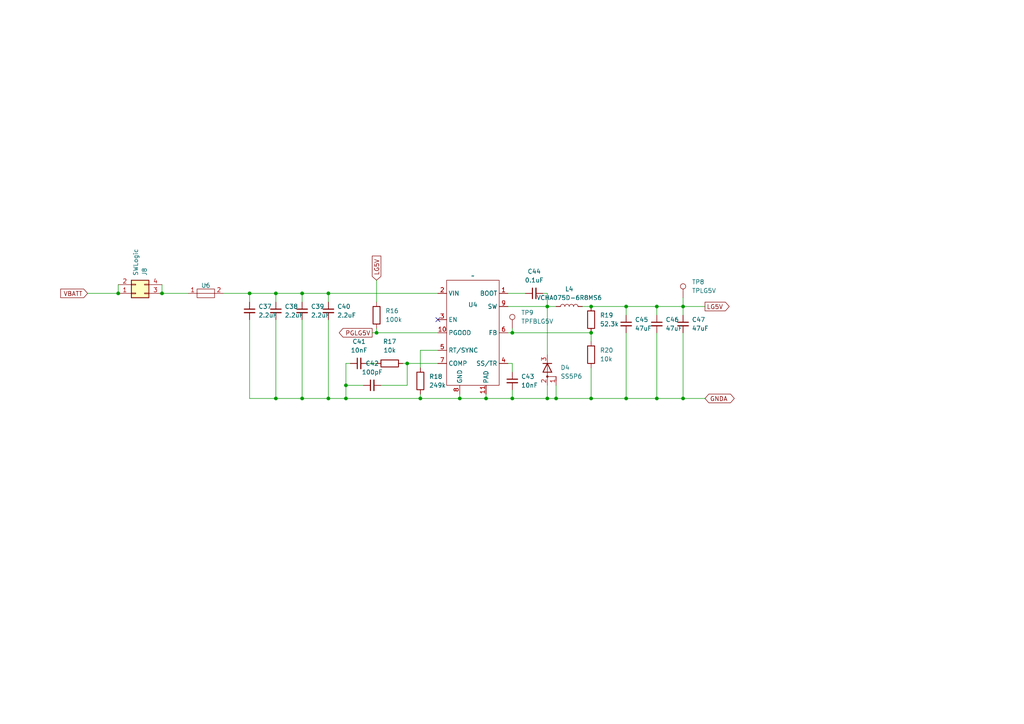
<source format=kicad_sch>
(kicad_sch (version 20250114) (generator "eeschema") (generator_version "9.0")
  (paper "A4")
  (lib_symbols
    (symbol "Connector:TestPoint" (pin_numbers (hide yes)) (pin_names (offset 0.762) (hide yes))
      (property "Reference" "TP" (at 0 6.858 0))
      (property "Value" "TestPoint" (at 0 5.08 0))
      (symbol "TestPoint_0_1"
        (circle (center 0 3.302) (radius 0.762))
      )
      (symbol "TestPoint_1_1"
        (pin passive line (at 0 0 90) (length 2.54) (name "1") (number "1"))
      )
    )
    (symbol "Connector_Generic:Conn_02x02_Top_Bottom" (pin_names (offset 1.016) (hide yes))
      (property "Reference" "J" (at 1.27 2.54 0))
      (property "Value" "Conn_02x02_Top_Bottom" (at 1.27 -5.08 0))
      (symbol "Conn_02x02_Top_Bottom_1_1"
        (rectangle (start -1.27 1.27) (end 3.81 -3.81) (stroke (width 0.254)) (fill (type background)))
        (rectangle (start -1.27 0.127) (end 0 -0.127) (stroke (width 0.1524)))
        (rectangle (start -1.27 -2.413) (end 0 -2.667) (stroke (width 0.1524)))
        (rectangle (start 3.81 0.127) (end 2.54 -0.127) (stroke (width 0.1524)))
        (rectangle (start 3.81 -2.413) (end 2.54 -2.667) (stroke (width 0.1524)))
        (pin passive line (at -5.08 0 0) (length 3.81) (name "Pin_1") (number "1"))
        (pin passive line (at -5.08 -2.54 0) (length 3.81) (name "Pin_2") (number "2"))
        (pin passive line (at 7.62 0 180) (length 3.81) (name "Pin_3") (number "3"))
        (pin passive line (at 7.62 -2.54 180) (length 3.81) (name "Pin_4") (number "4"))
      )
    )
    (symbol "Device:C_Small" (pin_numbers (hide yes)) (pin_names (offset 0.254) (hide yes))
      (property "Reference" "C" (at 0.254 1.778 0))
      (property "Value" "C_Small" (at 0.254 -2.032 0))
      (symbol "C_Small_0_1"
        (polyline (pts (xy -1.524 0.508) (xy 1.524 0.508)) (stroke (width 0.3048)))
        (polyline (pts (xy -1.524 -0.508) (xy 1.524 -0.508)) (stroke (width 0.3302)))
      )
      (symbol "C_Small_1_1"
        (pin passive line (at 0 2.54 270) (length 2.032) (name "~") (number "1"))
        (pin passive line (at 0 -2.54 90) (length 2.032) (name "~") (number "2"))
      )
    )
    (symbol "Device:D_AAK" (pin_names (offset 0) (hide yes))
      (property "Reference" "D" (at 0 2.54 0))
      (property "Value" "D_AAK" (at 0 -2.54 0))
      (symbol "D_AAK_0_1"
        (polyline (pts (xy -1.27 1.27) (xy -1.27 -1.27)) (stroke (width 0.254)))
        (polyline (pts (xy 1.27 1.27) (xy 1.27 -1.27) (xy -1.27 0) (xy 1.27 1.27)) (stroke (width 0.254)))
        (circle (center 2.54 0) (radius 0.254) (fill (type outline)))
        (polyline (pts (xy 3.81 2.54) (xy 2.54 2.54) (xy 2.54 0) (xy -1.27 0)))
      )
      (symbol "D_AAK_1_1"
        (pin passive line (at -3.81 0 0) (length 2.54) (name "K") (number "3"))
        (pin passive line (at 5.08 2.54 180) (length 2.54) (name "A") (number "1"))
        (pin passive line (at 5.08 0 180) (length 2.54) (name "A") (number "2"))
      )
    )
    (symbol "Device:L" (pin_numbers (hide yes)) (pin_names (offset 1.016) (hide yes))
      (property "Reference" "L" (at -1.27 0 90))
      (property "Value" "L" (at 1.905 0 90))
      (symbol "L_0_1"
        (arc (start 0 2.54) (mid 0.6323 1.905) (end 0 1.27))
        (arc (start 0 1.27) (mid 0.6323 0.635) (end 0 0))
        (arc (start 0 0) (mid 0.6323 -0.635) (end 0 -1.27))
        (arc (start 0 -1.27) (mid 0.6323 -1.905) (end 0 -2.54))
      )
      (symbol "L_1_1"
        (pin passive line (at 0 3.81 270) (length 1.27) (name "1") (number "1"))
        (pin passive line (at 0 -3.81 90) (length 1.27) (name "2") (number "2"))
      )
    )
    (symbol "Device:R" (pin_numbers (hide yes)) (pin_names (offset 0))
      (property "Reference" "R" (at 2.032 0 90))
      (property "Value" "R" (at 0 0 90))
      (symbol "R_0_1"
        (rectangle (start -1.016 -2.54) (end 1.016 2.54) (stroke (width 0.254)))
      )
      (symbol "R_1_1"
        (pin passive line (at 0 3.81 270) (length 1.27) (name "~") (number "1"))
        (pin passive line (at 0 -3.81 90) (length 1.27) (name "~") (number "2"))
      )
    )
    (symbol "Devices:20x5_fuseholder"
      (property "Reference" "U" (at 0 2.286 0))
      (symbol "20x5_fuseholder_0_1"
        (polyline (pts (xy -2.54 1.27) (xy -2.54 -1.27) (xy 2.54 -1.27) (xy 2.54 1.27) (xy -2.54 1.27) (xy -2.54 0) (xy 2.54 0)))
      )
      (symbol "20x5_fuseholder_1_1"
        (pin bidirectional line (at -5.08 0 0) (length 2.54) (name "") (number "1"))
        (pin bidirectional line (at 5.08 0 180) (length 2.54) (name "") (number "2"))
      )
    )
    (symbol "Devices:RTQ6365GQW"
      (property "Reference" "U" (at -0.254 7.112 0))
      (symbol "RTQ6365GQW_0_1"
        (rectangle (start -7.62 15.24) (end 7.62 -15.24))
      )
      (symbol "RTQ6365GQW_1_1"
        (pin input line (at -10.16 11.43 0) (length 2.54) (name "VIN") (number "2"))
        (pin input line (at -10.16 3.81 0) (length 2.54) (name "EN") (number "3"))
        (pin open_collector line (at -10.16 0 0) (length 2.54) (name "PGOOD") (number "10"))
        (pin bidirectional line (at -10.16 -5.08 0) (length 2.54) (name "RT/SYNC") (number "5"))
        (pin output line (at -10.16 -8.89 0) (length 2.54) (name "COMP") (number "7"))
        (pin bidirectional line (at -3.81 -17.78 90) (length 2.54) (name "GND") (number "8"))
        (pin bidirectional line (at 3.81 -17.78 90) (length 2.54) (name "PAD") (number "11"))
        (pin input line (at 10.16 11.43 180) (length 2.54) (name "BOOT") (number "1"))
        (pin output line (at 10.16 7.62 180) (length 2.54) (name "SW") (number "9"))
        (pin input line (at 10.16 0 180) (length 2.54) (name "FB") (number "6"))
        (pin output line (at 10.16 -8.89 180) (length 2.54) (name "SS/TR") (number "4"))
      )
    )
  )
  (junction (at 198.12 115.57))
  (junction (at 181.61 88.9))
  (junction (at 95.25 115.57))
  (junction (at 190.5 115.57))
  (junction (at 109.22 96.52))
  (junction (at 158.75 88.9))
  (junction (at 198.12 88.9))
  (junction (at 95.25 85.09))
  (junction (at 34.29 85.09))
  (junction (at 118.11 105.41))
  (junction (at 140.97 115.57))
  (junction (at 46.99 85.09))
  (junction (at 100.33 115.57))
  (junction (at 80.01 85.09))
  (junction (at 171.45 96.52))
  (junction (at 161.29 115.57))
  (junction (at 87.63 85.09))
  (junction (at 80.01 115.57))
  (junction (at 133.35 115.57))
  (junction (at 87.63 115.57))
  (junction (at 181.61 115.57))
  (junction (at 190.5 88.9))
  (junction (at 171.45 88.9))
  (junction (at 100.33 111.76))
  (junction (at 121.92 115.57))
  (junction (at 158.75 115.57))
  (junction (at 72.39 85.09))
  (junction (at 171.45 115.57))
  (junction (at 148.59 115.57))
  (junction (at 148.59 96.52))
  (no_connect (at 127 92.71))
  (wire (pts (xy 95.25 85.09) (xy 95.25 87.63)))
  (wire (pts (xy 161.29 115.57) (xy 171.45 115.57)))
  (wire (pts (xy 148.59 105.41) (xy 147.32 105.41)))
  (wire (pts (xy 87.63 85.09) (xy 95.25 85.09)))
  (wire (pts (xy 158.75 88.9) (xy 161.29 88.9)))
  (wire (pts (xy 109.22 81.28) (xy 109.22 87.63)))
  (wire (pts (xy 100.33 115.57) (xy 121.92 115.57)))
  (wire (pts (xy 118.11 105.41) (xy 127 105.41)))
  (wire (pts (xy 148.59 107.95) (xy 148.59 105.41)))
  (wire (pts (xy 80.01 115.57) (xy 80.01 92.71)))
  (wire (pts (xy 157.48 85.09) (xy 158.75 85.09)))
  (wire (pts (xy 106.68 105.41) (xy 109.22 105.41)))
  (wire (pts (xy 110.49 111.76) (xy 118.11 111.76)))
  (wire (pts (xy 72.39 85.09) (xy 80.01 85.09)))
  (wire (pts (xy 147.32 88.9) (xy 158.75 88.9)))
  (wire (pts (xy 171.45 106.68) (xy 171.45 115.57)))
  (wire (pts (xy 148.59 95.25) (xy 148.59 96.52)))
  (wire (pts (xy 190.5 88.9) (xy 190.5 91.44)))
  (wire (pts (xy 198.12 115.57) (xy 204.47 115.57)))
  (wire (pts (xy 168.91 88.9) (xy 171.45 88.9)))
  (wire (pts (xy 140.97 115.57) (xy 148.59 115.57)))
  (wire (pts (xy 80.01 85.09) (xy 80.01 87.63)))
  (wire (pts (xy 190.5 96.52) (xy 190.5 115.57)))
  (wire (pts (xy 95.25 115.57) (xy 100.33 115.57)))
  (wire (pts (xy 198.12 88.9) (xy 204.47 88.9)))
  (wire (pts (xy 133.35 114.3) (xy 133.35 115.57)))
  (wire (pts (xy 158.75 85.09) (xy 158.75 88.9)))
  (wire (pts (xy 147.32 96.52) (xy 148.59 96.52)))
  (wire (pts (xy 121.92 114.3) (xy 121.92 115.57)))
  (wire (pts (xy 46.99 85.09) (xy 54.61 85.09)))
  (wire (pts (xy 72.39 115.57) (xy 72.39 92.71)))
  (wire (pts (xy 72.39 115.57) (xy 80.01 115.57)))
  (wire (pts (xy 121.92 101.6) (xy 127 101.6)))
  (wire (pts (xy 34.29 82.55) (xy 34.29 85.09)))
  (wire (pts (xy 87.63 115.57) (xy 87.63 92.71)))
  (wire (pts (xy 87.63 115.57) (xy 95.25 115.57)))
  (wire (pts (xy 100.33 111.76) (xy 100.33 115.57)))
  (wire (pts (xy 190.5 88.9) (xy 198.12 88.9)))
  (wire (pts (xy 80.01 85.09) (xy 87.63 85.09)))
  (wire (pts (xy 181.61 96.52) (xy 181.61 115.57)))
  (wire (pts (xy 148.59 113.03) (xy 148.59 115.57)))
  (wire (pts (xy 95.25 85.09) (xy 127 85.09)))
  (wire (pts (xy 147.32 85.09) (xy 152.4 85.09)))
  (wire (pts (xy 171.45 88.9) (xy 181.61 88.9)))
  (wire (pts (xy 100.33 111.76) (xy 100.33 105.41)))
  (wire (pts (xy 118.11 111.76) (xy 118.11 105.41)))
  (wire (pts (xy 158.75 111.76) (xy 158.75 115.57)))
  (wire (pts (xy 72.39 85.09) (xy 72.39 87.63)))
  (wire (pts (xy 181.61 115.57) (xy 190.5 115.57)))
  (wire (pts (xy 158.75 88.9) (xy 158.75 102.87)))
  (wire (pts (xy 158.75 115.57) (xy 161.29 115.57)))
  (wire (pts (xy 116.84 105.41) (xy 118.11 105.41)))
  (wire (pts (xy 140.97 114.3) (xy 140.97 115.57)))
  (wire (pts (xy 198.12 96.52) (xy 198.12 115.57)))
  (wire (pts (xy 148.59 96.52) (xy 171.45 96.52)))
  (wire (pts (xy 64.77 85.09) (xy 72.39 85.09)))
  (wire (pts (xy 148.59 115.57) (xy 158.75 115.57)))
  (wire (pts (xy 133.35 115.57) (xy 140.97 115.57)))
  (wire (pts (xy 46.99 82.55) (xy 46.99 85.09)))
  (wire (pts (xy 198.12 88.9) (xy 198.12 91.44)))
  (wire (pts (xy 198.12 86.36) (xy 198.12 88.9)))
  (wire (pts (xy 171.45 115.57) (xy 181.61 115.57)))
  (wire (pts (xy 181.61 88.9) (xy 181.61 91.44)))
  (wire (pts (xy 100.33 105.41) (xy 101.6 105.41)))
  (wire (pts (xy 25.4 85.09) (xy 34.29 85.09)))
  (wire (pts (xy 121.92 106.68) (xy 121.92 101.6)))
  (wire (pts (xy 107.95 96.52) (xy 109.22 96.52)))
  (wire (pts (xy 109.22 96.52) (xy 127 96.52)))
  (wire (pts (xy 171.45 96.52) (xy 171.45 99.06)))
  (wire (pts (xy 109.22 95.25) (xy 109.22 96.52)))
  (wire (pts (xy 80.01 115.57) (xy 87.63 115.57)))
  (wire (pts (xy 121.92 115.57) (xy 133.35 115.57)))
  (wire (pts (xy 190.5 115.57) (xy 198.12 115.57)))
  (wire (pts (xy 161.29 111.76) (xy 161.29 115.57)))
  (wire (pts (xy 105.41 111.76) (xy 100.33 111.76)))
  (wire (pts (xy 87.63 85.09) (xy 87.63 87.63)))
  (wire (pts (xy 95.25 115.57) (xy 95.25 92.71)))
  (wire (pts (xy 181.61 88.9) (xy 190.5 88.9)))
  (global_label "LG5V" (shape input) (at 109.22 81.28 90) (property "Intersheetrefs" "${INTERSHEET_REFS}" (effects (hide yes))))
  (global_label "PGLG5V" (shape output) (at 107.95 96.52 180) (property "Intersheetrefs" "${INTERSHEET_REFS}" (effects (hide yes))))
  (global_label "VBATT" (shape input) (at 25.4 85.09 180) (property "Intersheetrefs" "${INTERSHEET_REFS}" (effects (hide yes))))
  (global_label "GNDA" (shape bidirectional) (at 204.47 115.57 0) (property "Intersheetrefs" "${INTERSHEET_REFS}" (effects (hide yes))))
  (global_label "LG5V" (shape output) (at 204.47 88.9 0) (property "Intersheetrefs" "${INTERSHEET_REFS}" (effects (hide yes))))
  (symbol (lib_id "Device:C_Small") (at 181.61 93.98 0) (unit 1)
    (property "Reference" "C45" (at 184.15 92.7162 0) (effects (justify left)))
    (property "Value" "47uF" (at 184.15 95.2562 0) (effects (justify left)))
    (property "Footprint" "Capacitor_SMD:C_1210_3225Metric" (effects (hide yes)))
    (property "Description" "Unpolarized capacitor, small symbol" (effects (hide yes)))
  )
  (symbol (lib_id "Device:C_Small") (at 107.95 111.76 90) (unit 1)
    (property "Reference" "C42" (at 107.9563 105.41 90))
    (property "Value" "100pF" (at 107.9563 107.95 90))
    (property "Footprint" "Capacitor_SMD:C_0603_1608Metric" (effects (hide yes)))
    (property "Description" "Unpolarized capacitor, small symbol" (effects (hide yes)))
  )
  (symbol (lib_id "Device:R") (at 109.22 91.44 0) (unit 1)
    (property "Reference" "R16" (at 111.76 90.1699 0) (effects (justify left)))
    (property "Value" "100k" (at 111.76 92.7099 0) (effects (justify left)))
    (property "Footprint" "Resistor_SMD:R_0603_1608Metric" (effects (hide yes)))
    (property "Description" "Resistor" (effects (hide yes)))
  )
  (symbol (lib_id "Connector:TestPoint") (at 198.12 86.36 0) (unit 1)
    (property "Reference" "TP8" (at 200.66 81.7879 0) (effects (justify left)))
    (property "Value" "TPLG5V" (at 200.66 84.3279 0) (effects (justify left)))
    (property "Footprint" "TestPoint:TestPoint_Pad_D1.5mm" (effects (hide yes)))
    (property "Description" "test point" (effects (hide yes)))
  )
  (symbol (lib_id "Device:L") (at 165.1 88.9 90) (unit 1)
    (property "Reference" "L4" (at 165.1 83.82 90))
    (property "Value" "VCHA075D-6R8MS6" (at 165.1 86.36 90))
    (property "Footprint" "Devices:VCHA075D-6R8MS6" (effects (hide yes)))
    (property "Description" "Inductor" (effects (hide yes)))
  )
  (symbol (lib_id "Device:C_Small") (at 80.01 90.17 0) (unit 1)
    (property "Reference" "C38" (at 82.55 88.9062 0) (effects (justify left)))
    (property "Value" "2.2uF" (at 82.55 91.4462 0) (effects (justify left)))
    (property "Footprint" "Capacitor_SMD:C_1206_3216Metric" (effects (hide yes)))
    (property "Description" "Unpolarized capacitor, small symbol" (effects (hide yes)))
  )
  (symbol (lib_id "Device:R") (at 121.92 110.49 0) (unit 1)
    (property "Reference" "R18" (at 124.46 109.2199 0) (effects (justify left)))
    (property "Value" "249k" (at 124.46 111.7599 0) (effects (justify left)))
    (property "Footprint" "Resistor_SMD:R_0603_1608Metric" (effects (hide yes)))
    (property "Description" "Resistor" (effects (hide yes)))
  )
  (symbol (lib_id "Device:C_Small") (at 72.39 90.17 0) (unit 1)
    (property "Reference" "C37" (at 74.93 88.9062 0) (effects (justify left)))
    (property "Value" "2.2uF" (at 74.93 91.4462 0) (effects (justify left)))
    (property "Footprint" "Capacitor_SMD:C_1206_3216Metric" (effects (hide yes)))
    (property "Description" "Unpolarized capacitor, small symbol" (effects (hide yes)))
  )
  (symbol (lib_id "Device:C_Small") (at 148.59 110.49 0) (unit 1)
    (property "Reference" "C43" (at 151.13 109.2262 0) (effects (justify left)))
    (property "Value" "10nF" (at 151.13 111.7662 0) (effects (justify left)))
    (property "Footprint" "Capacitor_SMD:C_0603_1608Metric" (effects (hide yes)))
    (property "Description" "Unpolarized capacitor, small symbol" (effects (hide yes)))
  )
  (symbol (lib_id "Device:C_Small") (at 87.63 90.17 0) (unit 1)
    (property "Reference" "C39" (at 90.17 88.9062 0) (effects (justify left)))
    (property "Value" "2.2uF" (at 90.17 91.4462 0) (effects (justify left)))
    (property "Footprint" "Capacitor_SMD:C_1206_3216Metric" (effects (hide yes)))
    (property "Description" "Unpolarized capacitor, small symbol" (effects (hide yes)))
  )
  (symbol (lib_id "Devices:20x5_fuseholder") (at 59.69 85.09 0) (unit 1)
    (property "Reference" "U6" (at 59.69 82.804 0))
    (property "Value" "~" (at 59.69 82.55 0))
    (property "Footprint" "Devices:20x5_fuseholder" (effects (hide yes)))
  )
  (symbol (lib_id "Device:C_Small") (at 154.94 85.09 90) (unit 1)
    (property "Reference" "C44" (at 154.9463 78.74 90))
    (property "Value" "0.1uF" (at 154.9463 81.28 90))
    (property "Footprint" "Capacitor_SMD:C_0603_1608Metric" (effects (hide yes)))
    (property "Description" "Unpolarized capacitor, small symbol" (effects (hide yes)))
  )
  (symbol (lib_id "Device:R") (at 171.45 102.87 0) (unit 1)
    (property "Reference" "R20" (at 173.99 101.5999 0) (effects (justify left)))
    (property "Value" "10k" (at 173.99 104.1399 0) (effects (justify left)))
    (property "Footprint" "Resistor_SMD:R_0603_1608Metric" (effects (hide yes)))
    (property "Description" "Resistor" (effects (hide yes)))
  )
  (symbol (lib_id "Device:D_AAK") (at 158.75 106.68 270) (unit 1)
    (property "Reference" "D4" (at 162.56 106.6164 90) (effects (justify left)))
    (property "Value" "SS5P6" (at 162.56 109.1564 90) (effects (justify left)))
    (property "Footprint" "Package_TO_SOT_SMD:TO-277A" (effects (hide yes)))
    (property "Description" "Diode, anode on pins 1 and 2" (effects (hide yes)))
  )
  (symbol (lib_id "Device:R") (at 113.03 105.41 90) (unit 1)
    (property "Reference" "R17" (at 113.03 99.06 90))
    (property "Value" "10k" (at 113.03 101.6 90))
    (property "Footprint" "Resistor_SMD:R_0603_1608Metric" (effects (hide yes)))
    (property "Description" "Resistor" (effects (hide yes)))
  )
  (symbol (lib_id "Connector_Generic:Conn_02x02_Top_Bottom") (at 39.37 85.09 0) (mirror x) (unit 1)
    (property "Reference" "J8" (at 41.9101 80.01 90) (effects (justify right)))
    (property "Value" "SWLogic" (at 39.3701 80.01 90) (effects (justify right)))
    (property "Footprint" "Connector_Molex:Molex_Nano-Fit_105310-xx04_2x02_P2.50mm_Vertical" (effects (hide yes)))
    (property "Description" "Generic connector, double row, 02x02, top/bottom pin numbering scheme (row 1: 1...pins_per_row, row2: pins_per_row+1 ... num_pins), script generated (kicad-library-utils/schlib/autogen/connector/)" (effects (hide yes)))
  )
  (symbol (lib_id "Device:C_Small") (at 198.12 93.98 0) (unit 1)
    (property "Reference" "C47" (at 200.66 92.7162 0) (effects (justify left)))
    (property "Value" "47uF" (at 200.66 95.2562 0) (effects (justify left)))
    (property "Footprint" "Capacitor_SMD:C_1210_3225Metric" (effects (hide yes)))
    (property "Description" "Unpolarized capacitor, small symbol" (effects (hide yes)))
  )
  (symbol (lib_id "Connector:TestPoint") (at 148.59 95.25 0) (unit 1)
    (property "Reference" "TP9" (at 151.13 90.6779 0) (effects (justify left)))
    (property "Value" "TPFBLG5V" (at 151.13 93.2179 0) (effects (justify left)))
    (property "Footprint" "TestPoint:TestPoint_Pad_D1.5mm" (effects (hide yes)))
    (property "Description" "test point" (effects (hide yes)))
  )
  (symbol (lib_id "Device:R") (at 171.45 92.71 0) (unit 1)
    (property "Reference" "R19" (at 173.99 91.4399 0) (effects (justify left)))
    (property "Value" "52.3k" (at 173.99 93.9799 0) (effects (justify left)))
    (property "Footprint" "Resistor_SMD:R_0603_1608Metric" (effects (hide yes)))
    (property "Description" "Resistor" (effects (hide yes)))
  )
  (symbol (lib_id "Device:C_Small") (at 104.14 105.41 90) (unit 1)
    (property "Reference" "C41" (at 104.1463 99.06 90))
    (property "Value" "10nF" (at 104.1463 101.6 90))
    (property "Footprint" "Capacitor_SMD:C_0603_1608Metric" (effects (hide yes)))
    (property "Description" "Unpolarized capacitor, small symbol" (effects (hide yes)))
  )
  (symbol (lib_id "Device:C_Small") (at 190.5 93.98 0) (unit 1)
    (property "Reference" "C46" (at 193.04 92.7162 0) (effects (justify left)))
    (property "Value" "47uF" (at 193.04 95.2562 0) (effects (justify left)))
    (property "Footprint" "Capacitor_SMD:C_1210_3225Metric" (effects (hide yes)))
    (property "Description" "Unpolarized capacitor, small symbol" (effects (hide yes)))
  )
  (symbol (lib_id "Device:C_Small") (at 95.25 90.17 0) (unit 1)
    (property "Reference" "C40" (at 97.79 88.9062 0) (effects (justify left)))
    (property "Value" "2.2uF" (at 97.79 91.4462 0) (effects (justify left)))
    (property "Footprint" "Capacitor_SMD:C_1206_3216Metric" (effects (hide yes)))
    (property "Description" "Unpolarized capacitor, small symbol" (effects (hide yes)))
  )
  (symbol (lib_id "Devices:RTQ6365GQW") (at 137.16 96.52 0) (unit 1)
    (property "Reference" "U4" (at 137.16 88.392 0))
    (property "Value" "~" (at 137.16 80.01 0))
    (property "Footprint" "Package_DFN_QFN:WDFN-10-1EP_3x3mm_P0.5mm_EP1.8x2.5mm" (effects (hide yes)))
    (property "Datasheet" "kicad-embed://DSQ6365-01.pdf" (effects (hide yes)))
    (property "Description" "Buck converter 60V/5A" (effects (hide yes)))
  )
)
</source>
